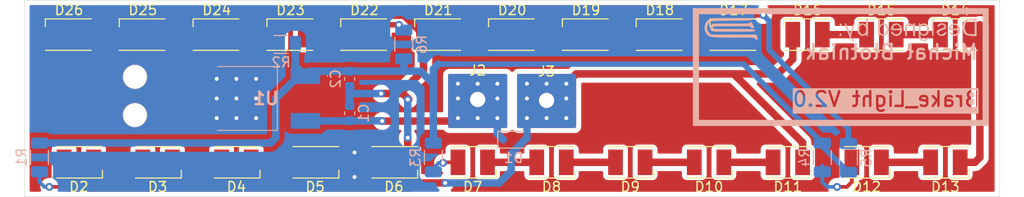
<source format=kicad_pcb>
(kicad_pcb (version 20240108) (generator "pcbnew") (generator_version "8.0")
  (layers (0 "F.Cu" signal) (31 "B.Cu" signal) (34 "B.Paste" user) (35 "F.Paste" user) (36 "B.SilkS" user "B.Silkscreen") (37 "F.SilkS" user "F.Silkscreen") (38 "B.Mask" user) (39 "F.Mask" user) (44 "Edge.Cuts" user))
  (net 0 "")
  (net 1 "+24V")
  (net 2 "Net-(D2-A)")
  (net 3 "Net-(D2-K)")
  (net 4 "Net-(D3-K)")
  (net 5 "Net-(D4-K)")
  (net 6 "Net-(D5-K)")
  (net 7 "Net-(D7-A)")
  (net 8 "SIG_BRAKE")
  (net 9 "Net-(D7-K)")
  (net 10 "Net-(D8-K)")
  (net 11 "Net-(D10-A)")
  (net 12 "Net-(D10-K)")
  (net 13 "Net-(D12-K)")
  (net 14 "Net-(D12-A)")
  (net 15 "Net-(D13-K)")
  (net 16 "Net-(D14-K)")
  (net 17 "Net-(D15-K)")
  (net 18 "Net-(D17-A)")
  (net 19 "Net-(D17-K)")
  (net 20 "Net-(D18-K)")
  (net 21 "Net-(D19-K)")
  (net 22 "Net-(D20-K)")
  (net 23 "Net-(D22-K)")
  (net 24 "Net-(D22-A)")
  (net 25 "Net-(D23-K)")
  (net 26 "Net-(D24-K)")
  (net 27 "Net-(D25-K)")
  (net 28 "/ADJ")
  (net 29 "chłodzenie(Vout)")
  (footprint "LED_SMD:LED_PLCC-2" (layer "F.Cu") (at 125.5 156.5 180)
    (property "Reference" "D10" (at 0 -2.5 180) (layer "F.SilkS"))
    (property "Value" "RF-RURA30TS-CE")
    (pad "1" smd rect (at -1.5 0 180) (size 1.5 2.6) (layers "F.Cu" "F.Paste" "F.Mask") (net 12 "Net-(D10-K)"))
    (pad "2" smd rect (at 1.5 0 180) (size 1.5 2.6) (layers "F.Cu" "F.Paste" "F.Mask") (net 11 "Net-(D10-A)"))
  )
  (footprint "LED_SMD:LED_PLCC-2" (layer "F.Cu") (at 83 143.5)
    (property "Reference" "D23" (at 0 -2.5 0) (layer "F.SilkS"))
    (property "Value" "RF-RURA30TS-CE")
    (pad "1" smd rect (at -1.5 0) (size 1.5 2.6) (layers "F.Cu" "F.Paste" "F.Mask") (net 25 "Net-(D23-K)"))
    (pad "2" smd rect (at 1.5 0) (size 1.5 2.6) (layers "F.Cu" "F.Paste" "F.Mask") (net 23 "Net-(D22-K)"))
  )
  (footprint "LED_SMD:LED_PLCC-2" (layer "F.Cu") (at 150.5 143.5)
    (property "Reference" "D14" (at 0 -2.5 0) (layer "F.SilkS"))
    (property "Value" "RF-RURA30TS-CE")
    (pad "1" smd rect (at -1.5 0) (size 1.5 2.6) (layers "F.Cu" "F.Paste" "F.Mask") (net 16 "Net-(D14-K)"))
    (pad "2" smd rect (at 1.5 0) (size 1.5 2.6) (layers "F.Cu" "F.Paste" "F.Mask") (net 15 "Net-(D13-K)"))
  )
  (footprint "LED_SMD:LED_PLCC-2" (layer "F.Cu") (at 61.5 156.5 180)
    (property "Reference" "D2" (at 0 -2.5 180) (layer "F.SilkS"))
    (property "Value" "RF-RURA30TS-CE")
    (pad "1" smd rect (at -1.5 0 180) (size 1.5 2.6) (layers "F.Cu" "F.Paste" "F.Mask") (net 3 "Net-(D2-K)"))
    (pad "2" smd rect (at 1.5 0 180) (size 1.5 2.6) (layers "F.Cu" "F.Paste" "F.Mask") (net 2 "Net-(D2-A)"))
  )
  (footprint "LED_SMD:LED_PLCC-2" (layer "F.Cu") (at 85.5 156.5 180)
    (property "Reference" "D5" (at 0 -2.5 180) (layer "F.SilkS"))
    (property "Value" "RF-RURA30TS-CE")
    (pad "1" smd rect (at -1.5 0 180) (size 1.5 2.6) (layers "F.Cu" "F.Paste" "F.Mask") (net 6 "Net-(D5-K)"))
    (pad "2" smd rect (at 1.5 0 180) (size 1.5 2.6) (layers "F.Cu" "F.Paste" "F.Mask") (net 5 "Net-(D4-K)"))
  )
  (footprint "LED_SMD:LED_PLCC-2" (layer "F.Cu") (at 128 143.5)
    (property "Reference" "D17" (at 0 -2.5 0) (layer "F.SilkS"))
    (property "Value" "RF-RURA30TS-CE")
    (pad "1" smd rect (at -1.5 0) (size 1.5 2.6) (layers "F.Cu" "F.Paste" "F.Mask") (net 19 "Net-(D17-K)"))
    (pad "2" smd rect (at 1.5 0) (size 1.5 2.6) (layers "F.Cu" "F.Paste" "F.Mask") (net 18 "Net-(D17-A)"))
  )
  (footprint "LED_SMD:LED_PLCC-2" (layer "F.Cu") (at 120.5 143.5)
    (property "Reference" "D18" (at 0 -2.5 0) (layer "F.SilkS"))
    (property "Value" "RF-RURA30TS-CE")
    (pad "1" smd rect (at -1.5 0) (size 1.5 2.6) (layers "F.Cu" "F.Paste" "F.Mask") (net 20 "Net-(D18-K)"))
    (pad "2" smd rect (at 1.5 0) (size 1.5 2.6) (layers "F.Cu" "F.Paste" "F.Mask") (net 19 "Net-(D17-K)"))
  )
  (footprint "LED_SMD:LED_PLCC-2" (layer "F.Cu") (at 69.5 156.5 180)
    (property "Reference" "D3" (at 0 -2.5 180) (layer "F.SilkS"))
    (property "Value" "RF-RURA30TS-CE")
    (pad "1" smd rect (at -1.5 0 180) (size 1.5 2.6) (layers "F.Cu" "F.Paste" "F.Mask") (net 4 "Net-(D3-K)"))
    (pad "2" smd rect (at 1.5 0 180) (size 1.5 2.6) (layers "F.Cu" "F.Paste" "F.Mask") (net 3 "Net-(D2-K)"))
  )
  (footprint "LED_SMD:LED_PLCC-2" (layer "F.Cu") (at 93.5 156.5 180)
    (property "Reference" "D6" (at 0 -2.5 180) (layer "F.SilkS"))
    (property "Value" "RF-RURA30TS-CE")
    (pad "1" smd rect (at -1.5 0 180) (size 1.5 2.6) (layers "F.Cu" "F.Paste" "F.Mask") (net 8 "SIG_BRAKE"))
    (pad "2" smd rect (at 1.5 0 180) (size 1.5 2.6) (layers "F.Cu" "F.Paste" "F.Mask") (net 6 "Net-(D5-K)"))
  )
  (footprint "LED_SMD:LED_PLCC-2" (layer "F.Cu") (at 101.5 156.5 180)
    (property "Reference" "D7" (at 0 -2.5 180) (layer "F.SilkS"))
    (property "Value" "RF-RURA30TS-CE")
    (pad "1" smd rect (at -1.5 0 180) (size 1.5 2.6) (layers "F.Cu" "F.Paste" "F.Mask") (net 9 "Net-(D7-K)"))
    (pad "2" smd rect (at 1.5 0 180) (size 1.5 2.6) (layers "F.Cu" "F.Paste" "F.Mask") (net 7 "Net-(D7-A)"))
  )
  (footprint "LED_SMD:LED_PLCC-2" (layer "F.Cu") (at 98 143.5)
    (property "Reference" "D21" (at 0 -2.5 0) (layer "F.SilkS"))
    (property "Value" "RF-RURA30TS-CE")
    (pad "1" smd rect (at -1.5 0) (size 1.5 2.6) (layers "F.Cu" "F.Paste" "F.Mask") (net 8 "SIG_BRAKE"))
    (pad "2" smd rect (at 1.5 0) (size 1.5 2.6) (layers "F.Cu" "F.Paste" "F.Mask") (net 22 "Net-(D20-K)"))
  )
  (footprint "LED_SMD:LED_PLCC-2" (layer "F.Cu") (at 90.5 143.5)
    (property "Reference" "D22" (at 0 -2.5 0) (layer "F.SilkS"))
    (property "Value" "RF-RURA30TS-CE")
    (pad "1" smd rect (at -1.5 0) (size 1.5 2.6) (layers "F.Cu" "F.Paste" "F.Mask") (net 23 "Net-(D22-K)"))
    (pad "2" smd rect (at 1.5 0) (size 1.5 2.6) (layers "F.Cu" "F.Paste" "F.Mask") (net 24 "Net-(D22-A)"))
  )
  (footprint "Connector_Wire:SolderWire-0.75sqmm_1x01_D1.25mm_OD3.5mm" (layer "F.Cu") (at 102 150.1)
    (property "Reference" "J2" (at 0 -2.95 0) (layer "F.SilkS"))
    (property "Value" "Conn_01x01_Socket")
    (pad "1" thru_hole roundrect (at 0 0) (size 3.5 3.5) (drill 1.55) (layers "*.Cu" "*.Mask") (roundrect_rratio 0.071429) (net 1 "+24V"))
  )
  (footprint "LED_SMD:LED_PLCC-2" (layer "F.Cu") (at 117.5 156.5 180)
    (property "Reference" "D9" (at 0 -2.5 180) (layer "F.SilkS"))
    (property "Value" "RF-RURA30TS-CE")
    (pad "1" smd rect (at -1.5 0 180) (size 1.5 2.6) (layers "F.Cu" "F.Paste" "F.Mask") (net 11 "Net-(D10-A)"))
    (pad "2" smd rect (at 1.5 0 180) (size 1.5 2.6) (layers "F.Cu" "F.Paste" "F.Mask") (net 10 "Net-(D8-K)"))
  )
  (footprint "LED_SMD:LED_PLCC-2" (layer "F.Cu") (at 77.5 156.5 180)
    (property "Reference" "D4" (at 0 -2.5 180) (layer "F.SilkS"))
    (property "Value" "RF-RURA30TS-CE")
    (pad "1" smd rect (at -1.5 0 180) (size 1.5 2.6) (layers "F.Cu" "F.Paste" "F.Mask") (net 5 "Net-(D4-K)"))
    (pad "2" smd rect (at 1.5 0 180) (size 1.5 2.6) (layers "F.Cu" "F.Paste" "F.Mask") (net 4 "Net-(D3-K)"))
  )
  (footprint "LED_SMD:LED_PLCC-2" (layer "F.Cu") (at 135.5 143.5)
    (property "Reference" "D16" (at 0 -2.5 0) (layer "F.SilkS"))
    (property "Value" "RF-RURA30TS-CE")
    (pad "1" smd rect (at -1.5 0) (size 1.5 2.6) (layers "F.Cu" "F.Paste" "F.Mask") (net 8 "SIG_BRAKE"))
    (pad "2" smd rect (at 1.5 0) (size 1.5 2.6) (layers "F.Cu" "F.Paste" "F.Mask") (net 17 "Net-(D15-K)"))
  )
  (footprint "LED_SMD:LED_PLCC-2" (layer "F.Cu") (at 60.5 143.5)
    (property "Reference" "D26" (at 0 -2.5 0) (layer "F.SilkS"))
    (property "Value" "RF-RURA30TS-CE")
    (pad "1" smd rect (at -1.5 0) (size 1.5 2.6) (layers "F.Cu" "F.Paste" "F.Mask") (net 8 "SIG_BRAKE"))
    (pad "2" smd rect (at 1.5 0) (size 1.5 2.6) (layers "F.Cu" "F.Paste" "F.Mask") (net 27 "Net-(D25-K)"))
  )
  (footprint "LED_SMD:LED_PLCC-2" (layer "F.Cu") (at 143 143.5)
    (property "Reference" "D15" (at 0 -2.5 0) (layer "F.SilkS"))
    (property "Value" "RF-RURA30TS-CE")
    (pad "1" smd rect (at -1.5 0) (size 1.5 2.6) (layers "F.Cu" "F.Paste" "F.Mask") (net 17 "Net-(D15-K)"))
    (pad "2" smd rect (at 1.5 0) (size 1.5 2.6) (layers "F.Cu" "F.Paste" "F.Mask") (net 16 "Net-(D14-K)"))
  )
  (footprint "LED_SMD:LED_PLCC-2" (layer "F.Cu") (at 149.5 156.5 180)
    (property "Reference" "D13" (at 0 -2.5 180) (layer "F.SilkS"))
    (property "Value" "RF-RURA30TS-CE")
    (pad "1" smd rect (at -1.5 0 180) (size 1.5 2.6) (layers "F.Cu" "F.Paste" "F.Mask") (net 15 "Net-(D13-K)"))
    (pad "2" smd rect (at 1.5 0 180) (size 1.5 2.6) (layers "F.Cu" "F.Paste" "F.Mask") (net 13 "Net-(D12-K)"))
  )
  (footprint "LED_SMD:LED_PLCC-2" (layer "F.Cu") (at 75.5 143.5)
    (property "Reference" "D24" (at 0 -2.5 0) (layer "F.SilkS"))
    (property "Value" "RF-RURA30TS-CE")
    (pad "1" smd rect (at -1.5 0) (size 1.5 2.6) (layers "F.Cu" "F.Paste" "F.Mask") (net 26 "Net-(D24-K)"))
    (pad "2" smd rect (at 1.5 0) (size 1.5 2.6) (layers "F.Cu" "F.Paste" "F.Mask") (net 25 "Net-(D23-K)"))
  )
  (footprint "Connector_Wire:SolderWire-0.75sqmm_1x01_D1.25mm_OD3.5mm" (layer "F.Cu") (at 109 150.2)
    (property "Reference" "J3" (at 0 -2.95 0) (layer "F.SilkS"))
    (property "Value" "Conn_01x01_Socket")
    (pad "1" thru_hole roundrect (at 0 0) (size 3.5 3.5) (drill 1.55) (layers "*.Cu" "*.Mask") (roundrect_rratio 0.071429) (net 8 "SIG_BRAKE"))
  )
  (footprint "LED_SMD:LED_PLCC-2" (layer "F.Cu") (at 141.5 156.5 180)
    (property "Reference" "D12" (at 0 -2.5 180) (layer "F.SilkS"))
    (property "Value" "RF-RURA30TS-CE")
    (pad "1" smd rect (at -1.5 0 180) (size 1.5 2.6) (layers "F.Cu" "F.Paste" "F.Mask") (net 13 "Net-(D12-K)"))
    (pad "2" smd rect (at 1.5 0 180) (size 1.5 2.6) (layers "F.Cu" "F.Paste" "F.Mask") (net 14 "Net-(D12-A)"))
  )
  (footprint "LED_SMD:LED_PLCC-2" (layer "F.Cu") (at 68 143.5)
    (property "Reference" "D25" (at 0 -2.5 0) (layer "F.SilkS"))
    (property "Value" "RF-RURA30TS-CE")
    (pad "1" smd rect (at -1.5 0) (size 1.5 2.6) (layers "F.Cu" "F.Paste" "F.Mask") (net 27 "Net-(D25-K)"))
    (pad "2" smd rect (at 1.5 0) (size 1.5 2.6) (layers "F.Cu" "F.Paste" "F.Mask") (net 26 "Net-(D24-K)"))
  )
  (footprint "LED_SMD:LED_PLCC-2" (layer "F.Cu") (at 113 143.5)
    (property "Reference" "D19" (at 0 -2.5 0) (layer "F.SilkS"))
    (property "Value" "RF-RURA30TS-CE")
    (pad "1" smd rect (at -1.5 0) (size 1.5 2.6) (layers "F.Cu" "F.Paste" "F.Mask") (net 21 "Net-(D19-K)"))
    (pad "2" smd rect (at 1.5 0) (size 1.5 2.6) (layers "F.Cu" "F.Paste" "F.Mask") (net 20 "Net-(D18-K)"))
  )
  (footprint "LED_SMD:LED_PLCC-2" (layer "F.Cu") (at 109.5 156.5 180)
    (property "Reference" "D8" (at 0 -2.5 180) (layer "F.SilkS"))
    (property "Value" "RF-RURA30TS-CE")
    (pad "1" smd rect (at -1.5 0 180) (size 1.5 2.6) (layers "F.Cu" "F.Paste" "F.Mask") (net 10 "Net-(D8-K)"))
    (pad "2" smd rect (at 1.5 0 180) (size 1.5 2.6) (layers "F.Cu" "F.Paste" "F.Mask") (net 9 "Net-(D7-K)"))
  )
  (footprint "LED_SMD:LED_PLCC-2" (layer "F.Cu") (at 105.5 143.5)
    (property "Reference" "D20" (at 0 -2.5 0) (layer "F.SilkS"))
    (property "Value" "RF-RURA30TS-CE")
    (pad "1" smd rect (at -1.5 0) (size 1.5 2.6) (layers "F.Cu" "F.Paste" "F.Mask") (net 22 "Net-(D20-K)"))
    (pad "2" smd rect (at 1.5 0) (size 1.5 2.6) (layers "F.Cu" "F.Paste" "F.Mask") (net 21 "Net-(D19-K)"))
  )
  (footprint "LED_SMD:LED_PLCC-2" (layer "F.Cu") (at 133.5 156.5 180)
    (property "Reference" "D11" (at 0 -2.5 180) (layer "F.SilkS"))
    (property "Value" "RF-RURA30TS-CE")
    (pad "1" smd rect (at -1.5 0 180) (size 1.5 2.6) (layers "F.Cu" "F.Paste" "F.Mask") (net 8 "SIG_BRAKE"))
    (pad "2" smd rect (at 1.5 0 180) (size 1.5 2.6) (layers "F.Cu" "F.Paste" "F.Mask") (net 12 "Net-(D10-K)"))
  )
  (footprint "Resistor_SMD:R_1206_3216Metric" (layer "B.Cu") (at 57.5 156 -90)
    (property "Reference" "R1" (at 0 1.82 90) (layer "B.SilkS") (effects (justify mirror)))
    (property "Value" "90R")
    (pad "1" smd roundrect (at -1.4625 0 270) (size 1.125 1.75) (layers "B.Cu" "B.Paste" "B.Mask") (roundrect_rratio 0.222222) (net 28 "/ADJ"))
    (pad "2" smd roundrect (at 1.4625 0 270) (size 1.125 1.75) (layers "B.Cu" "B.Paste" "B.Mask") (roundrect_rratio 0.222222) (net 2 "Net-(D2-A)"))
  )
  (footprint "Resistor_SMD:R_1206_3216Metric" (layer "B.Cu") (at 97.5 156 -90)
    (property "Reference" "R3" (at 0 1.82 90) (layer "B.SilkS") (effects (justify mirror)))
    (property "Value" "90R")
    (pad "1" smd roundrect (at -1.4625 0 270) (size 1.125 1.75) (layers "B.Cu" "B.Paste" "B.Mask") (roundrect_rratio 0.222222) (net 28 "/ADJ"))
    (pad "2" smd roundrect (at 1.4625 0 270) (size 1.125 1.75) (layers "B.Cu" "B.Paste" "B.Mask") (roundrect_rratio 0.222222) (net 7 "Net-(D7-A)"))
  )
  (footprint "Capacitor_SMD:C_0603_1608Metric" (layer "B.Cu") (at 89 148 -90)
    (property "Reference" "C2" (at 0 1.43 90) (layer "B.SilkS") (effects (justify mirror)))
    (property "Value" "100n")
    (pad "1" smd roundrect (at -0.775 0 270) (size 0.9 0.95) (layers "B.Cu" "B.Paste" "B.Mask") (net 28 "/ADJ"))
    (pad "2" smd roundrect (at 0.775 0 270) (size 0.9 0.95) (layers "B.Cu" "B.Paste" "B.Mask") (net 8 "SIG_BRAKE"))
  )
  (footprint "footprint:NVD5117PLT4GVF01" (layer "B.Cu") (at 75.557 150)
    (property "Reference" "U1" (at 4.943 0 0) (layer "B.SilkS") (effects (font (size 1.27 1.27) (thickness 0.254)) (justify mirror)))
    (property "Value" "LM317MABDTG" (hide yes))
    (pad "1" smd rect (at 8.95 -2.285 270) (size 1.6 3) (layers "B.Cu" "B.Paste" "B.Mask") (net 28 "/ADJ"))
    (pad "2" smd rect (at 1.77 0 270) (size 5.8 6.2) (layers "B.Cu" "B.Paste" "B.Mask") (net 29 "chłodzenie(Vout)"))
    (pad "3" smd rect (at 8.95 2.285 270) (size 1.6 3) (layers "B.Cu" "B.Paste" "B.Mask") (net 1 "+24V"))
  )
  (footprint "Resistor_SMD:R_1206_3216Metric" (layer "B.Cu") (at 94.5 144.5 90)
    (property "Reference" "R6" (at 0 1.82 -90) (layer "B.SilkS") (effects (justify mirror)))
    (property "Value" "90R")
    (pad "1" smd roundrect (at -1.4625 0 90) (size 1.125 1.75) (layers "B.Cu" "B.Paste" "B.Mask") (roundrect_rratio 0.222222) (net 28 "/ADJ"))
    (pad "2" smd roundrect (at 1.4625 0 90) (size 1.125 1.75) (layers "B.Cu" "B.Paste" "B.Mask") (roundrect_rratio 0.222222) (net 24 "Net-(D22-A)"))
  )
  (footprint "Resistor_SMD:R_1206_3216Metric" (layer "B.Cu") (at 82.0375 144.5)
    (property "Reference" "R2" (at 0 1.82 180) (layer "B.SilkS") (effects (justify mirror)))
    (property "Value" "13R")
    (pad "1" smd roundrect (at -1.4625 0) (size 1.125 1.75) (layers "B.Cu" "B.Paste" "B.Mask") (roundrect_rratio 0.222222) (net 29 "chłodzenie(Vout)"))
    (pad "2" smd roundrect (at 1.4625 0) (size 1.125 1.75) (layers "B.Cu" "B.Paste" "B.Mask") (roundrect_rratio 0.222222) (net 28 "/ADJ"))
  )
  (footprint "Resistor_SMD:R_1206_3216Metric" (layer "B.Cu") (at 139.65 156.05 90)
    (property "Reference" "R5" (at 0 1.82 -90) (layer "B.SilkS") (effects (justify mirror)))
    (property "Value" "90R")
    (pad "1" smd roundrect (at -1.4625 0 90) (size 1.125 1.75) (layers "B.Cu" "B.Paste" "B.Mask") (roundrect_rratio 0.222222) (net 28 "/ADJ"))
    (pad "2" smd roundrect (at 1.4625 0 90) (size 1.125 1.75) (layers "B.Cu" "B.Paste" "B.Mask") (roundrect_rratio 0.222222) (net 18 "Net-(D17-A)"))
  )
  (footprint "Capacitor_SMD:C_0603_1608Metric" (layer "B.Cu") (at 89 151.5 90)
    (property "Reference" "C1" (at 0 1.43 90) (layer "B.SilkS") (effects (justify mirror)))
    (property "Value" "100n")
    (pad "1" smd roundrect (at -0.775 0 90) (size 0.9 0.95) (layers "B.Cu" "B.Paste" "B.Mask") (net 1 "+24V"))
    (pad "2" smd roundrect (at 0.775 0 90) (size 0.9 0.95) (layers "B.Cu" "B.Paste" "B.Mask") (net 8 "SIG_BRAKE"))
  )
  (footprint "Diode_SMD:D_SOD-323" (layer "B.Cu") (at 105.65 154.2)
    (property "Reference" "D1" (at 0 1.85 0) (layer "B.SilkS") (effects (justify mirror)))
    (property "Value" "SD24_SOD323")
    (pad "1" smd roundrect (at -1.05 0) (size 0.6 0.45) (layers "B.Cu" "B.Paste" "B.Mask") (net 1 "+24V"))
    (pad "2" smd roundrect (at 1.05 0) (size 0.6 0.45) (layers "B.Cu" "B.Paste" "B.Mask") (net 8 "SIG_BRAKE"))
  )
  (footprint "Logos:SignatureBox30mm" (layer "B.Cu") (at 138.9 146.8 180)
    (property "Reference" "G***" (hide yes))
    (property "Value" "LOGO" (hide yes))
  )
  (footprint "Resistor_SMD:R_1206_3216Metric" (layer "B.Cu") (at 137 156 -90)
    (property "Reference" "R4" (at 0 1.82 90) (layer "B.SilkS") (effects (justify mirror)))
    (property "Value" "90R")
    (pad "1" smd roundrect (at -1.4625 0 270) (size 1.125 1.75) (layers "B.Cu" "B.Paste" "B.Mask") (roundrect_rratio 0.222222) (net 28 "/ADJ"))
    (pad "2" smd roundrect (at 1.4625 0 270) (size 1.125 1.75) (layers "B.Cu" "B.Paste" "B.Mask") (roundrect_rratio 0.222222) (net 14 "Net-(D12-A)"))
  )
  (gr_line (start 56 160) (end 56 140) (stroke (width 0.05)) (layer "Edge.Cuts"))
  (gr_circle (center 67.2 147.8) (end 68.3 148.3) (stroke (width 0.05)) (fill none) (layer "Edge.Cuts"))
  (gr_circle (center 67.2 151.691696) (end 68.3 152.191696) (stroke (width 0.05)) (fill none) (layer "Edge.Cuts"))
  (gr_line (start 155 160) (end 56 160) (stroke (width 0.05)) (layer "Edge.Cuts"))
  (gr_line (start 56 140) (end 155 140) (stroke (width 0.05)) (layer "Edge.Cuts"))
  (gr_line (start 155 140) (end 155 160) (stroke (width 0.05)) (layer "Edge.Cuts"))
  (gr_text "Michał Błotniak" (at 152.9 146.15 0) (layer "B.SilkS") (effects (font (size 1.5 1.5) (thickness 0.25) (bold yes)) (justify left bottom mirror)))
  (gr_text "Brake_Light V2.0" (at 153.1 150.95 0) (layer "B.SilkS" knockout) (effects (font (size 1.5 1.5) (thickness 0.25) (bold yes)) (justify left bottom mirror)))
  (segment (start 99.7 152.3) (end 100 152) (width 0.762) (layer "F.Cu") (net 1))
  (segment (start 92.3 152.3) (end 99.7 152.3) (width 0.762) (layer "F.Cu") (net 1))
  (segment (start 100.1 152) (end 102 150.1) (width 0.762) (layer "F.Cu") (net 1))
  (segment (start 100 152) (end 100.1 152) (width 0.762) (layer "F.Cu") (net 1))
  (via (at 92.3 152.3) (size 0.8) (drill 0.4) (layers "F.Cu" "B.Cu") (net 1))
  (via (at 100 150) (size 0.8) (drill 0.4) (layers "F.Cu" "B.Cu") (net 1))
  (via (at 102 152) (size 0.8) (drill 0.4) (layers "F.Cu" "B.Cu") (net 1))
  (via (at 100 152) (size 0.8) (drill 0.4) (layers "F.Cu" "B.Cu") (net 1))
  (via (at 104 152) (size 0.8) (drill 0.4) (layers "F.Cu" "B.Cu") (net 1))
  (via (at 104 150) (size 0.8) (drill 0.4) (layers "F.Cu" "B.Cu") (net 1))
  (via (at 100 148.5) (size 0.8) (drill 0.4) (layers "F.Cu" "B.Cu") (net 1))
  (via (at 102 148.5) (size 0.8) (drill 0.4) (layers "F.Cu" "B.Cu") (net 1))
  (via (at 104 148.5) (size 0.8) (drill 0.4) (layers "F.Cu" "B.Cu") (net 1))
  (segment (start 92.2 152.275) (end 92.175 152.275) (width 0.762) (layer "B.Cu") (net 1))
  (segment (start 104.6 154.2) (end 104.6 154.1) (width 0.25) (layer "B.Cu") (net 1))
  (segment (start 90.775 152.275) (end 92.15 152.275) (width 0.762) (layer "B.Cu") (net 1))
  (segment (start 84.507 152.285) (end 88.99 152.285) (width 0.762) (layer "B.Cu") (net 1))
  (segment (start 88.99 152.285) (end 89 152.275) (width 0.762) (layer "B.Cu") (net 1))
  (segment (start 104 153.6) (end 104.6 154.2) (width 0.762) (layer "B.Cu") (net 1))
  (segment (start 89 152.275) (end 90.775 152.275) (width 0.762) (layer "B.Cu") (net 1))
  (segment (start 92.3 152.3) (end 92.2 152.275) (width 0.762) (layer "B.Cu") (net 1))
  (segment (start 92.15 152.275) (end 92.3 152.3) (width 0.762) (layer "B.Cu") (net 1))
  (segment (start 104 152) (end 104 153.6) (width 0.762) (layer "B.Cu") (net 1))
  (segment (start 59.5 159) (end 60 158.5) (width 0.381) (layer "F.Cu") (net 2))
  (segment (start 60 158.5) (end 60 156.5) (width 0.381) (layer "F.Cu") (net 2))
  (segment (start 59.5 159) (end 58.5 159) (width 0.381) (layer "F.Cu") (net 2))
  (via (at 58.5 159) (size 0.8) (drill 0.4) (layers "F.Cu" "B.Cu") (net 2))
  (segment (start 57.5 158.5) (end 58 159) (width 0.381) (layer "B.Cu") (net 2))
  (segment (start 57.5 158.5) (end 57.5 157.4625) (width 0.381) (layer "B.Cu") (net 2))
  (segment (start 58 159) (end 58.5 159) (width 0.381) (layer "B.Cu") (net 2))
  (segment (start 68 156.5) (end 63 156.5) (width 0.762) (layer "F.Cu") (net 3))
  (segment (start 76 156.5) (end 71 156.5) (width 0.762) (layer "F.Cu") (net 4))
  (segment (start 84 156.5) (end 79 156.5) (width 0.762) (layer "F.Cu") (net 5))
  (segment (start 92 156.5) (end 87 156.5) (width 0.762) (layer "F.Cu") (net 6))
  (segment (start 98.54 156.5) (end 98.49 156.55) (width 0.381) (layer "F.Cu") (net 7))
  (segment (start 100 156.5) (end 100 157.5) (width 0.381) (layer "F.Cu") (net 7))
  (segment (start 100 156.5) (end 98.54 156.5) (width 0.381) (layer "F.Cu") (net 7))
  (via (at 98.49 156.55) (size 0.8) (drill 0.4) (layers "F.Cu" "B.Cu") (net 7))
  (segment (start 98.05 156.55) (end 97.5 157.1) (width 0.381) (layer "B.Cu") (net 7))
  (segment (start 97.5 157.1) (end 97.5 157.4625) (width 0.381) (layer "B.Cu") (net 7))
  (segment (start 98.49 156.55) (end 98.05 156.55) (width 0.381) (layer "B.Cu") (net 7))
  (segment (start 94.9 150) (end 94.9 150.1) (width 0.762) (layer "F.Cu") (net 8))
  (segment (start 135 154.5) (end 128 147.5) (width 0.762) (layer "F.Cu") (net 8))
  (segment (start 112 147.5) (end 111 148.5) (width 0.762) (layer "F.Cu") (net 8))
  (segment (start 94.9 156.4) (end 95 156.5) (width 0.762) (layer "F.Cu") (net 8))
  (segment (start 132.5 147.5) (end 128 147.5) (width 0.762) (layer "F.Cu") (net 8))
  (segment (start 134 146) (end 132.5 147.5) (width 0.762) (layer "F.Cu") (net 8))
  (segment (start 98.7 158.6) (end 98.6 158.6) (width 0.762) (layer "F.Cu") (net 8))
  (segment (start 94.1 149.5) (end 96.5 147.1) (width 0.762) (layer "F.Cu") (net 8))
  (segment (start 95 156.5) (end 95 157.7) (width 0.762) (layer "F.Cu") (net 8))
  (segment (start 95 150.1) (end 95 150.1) (width 0.762) (layer "F.Cu") (net 8))
  (segment (start 134 143.5) (end 134 146) (width 0.762) (layer "F.Cu") (net 8))
  (segment (start 94.9 150.1) (end 95 150.1) (width 0.762) (layer "F.Cu") (net 8))
  (segment (start 96.5 147.1) (end 96.5 143.5) (width 0.762) (layer "F.Cu") (net 8))
  (segment (start 95 157.7) (end 95.8 158.5) (width 0.762) (layer "F.Cu") (net 8))
  (segment (start 94.519489 141.519489) (end 60.980511 141.519489) (width 0.762) (layer "F.Cu") (net 8))
  (segment (start 96.5 143.5) (end 94.519489 141.519489) (width 0.762) (layer "F.Cu") (net 8))
  (segment (start 135 156.5) (end 135 154.5) (width 0.762) (layer "F.Cu") (net 8))
  (segment (start 60.980511 141.519489) (end 59 143.5) (width 0.762) (layer "F.Cu") (net 8))
  (segment (start 94.1 149.5) (end 94.4 149.5) (width 0.762) (layer "F.Cu") (net 8))
  (segment (start 94.9 154) (end 94.9 156.4) (width 0.762) (layer "F.Cu") (net 8))
  (segment (start 128 147.5) (end 112 147.5) (width 0.762) (layer "F.Cu") (net 8))
  (segment (start 95.9 158.6) (end 98.7 158.6) (width 0.762) (layer "F.Cu") (net 8))
  (segment (start 92.2 149.5) (end 94.1 149.5) (width 0.762) (layer "F.Cu") (net 8))
  (segment (start 95.8 158.5) (end 95.9 158.6) (width 0.762) (layer "F.Cu") (net 8))
  (segment (start 94.4 149.5) (end 94.9 150) (width 0.762) (layer "F.Cu") (net 8))
  (via (at 98.7 158.6) (size 0.8) (drill 0.4) (layers "F.Cu" "B.Cu") (net 8))
  (via (at 107 148.5) (size 0.8) (drill 0.4) (layers "F.Cu" "B.Cu") (net 8))
  (via (at 111 152) (size 0.8) (drill 0.4) (layers "F.Cu" "B.Cu") (net 8))
  (via (at 92.2 149.5) (size 0.8) (drill 0.4) (layers "F.Cu" "B.Cu") (net 8))
  (via (at 107 150) (size 0.8) (drill 0.4) (layers "F.Cu" "B.Cu") (net 8))
  (via (at 109 152) (size 0.8) (drill 0.4) (layers "F.Cu" "B.Cu") (net 8))
  (via (at 111 150) (size 0.8) (drill 0.4) (layers "F.Cu" "B.Cu") (net 8))
  (via (at 111 148.5) (size 0.8) (drill 0.4) (layers "F.Cu" "B.Cu") (net 8))
  (via (at 94.9 150.1) (size 0.8) (drill 0.4) (layers "F.Cu" "B.Cu") (net 8))
  (via (at 109 148.5) (size 0.8) (drill 0.4) (layers "F.Cu" "B.Cu") (net 8))
  (via (at 94.9 154) (size 0.8) (drill 0.4) (layers "F.Cu" "B.Cu") (net 8))
  (via (at 107 152) (size 0.8) (drill 0.4) (layers "F.Cu" "B.Cu") (net 8))
  (segment (start 107 154.1) (end 107 152) (width 0.762) (layer "B.Cu") (net 8))
  (segment (start 105.4 155.6) (end 106.9 154.1) (width 0.762) (layer "B.Cu") (net 8))
  (segment (start 107 152) (end 107.2 152) (width 0.762) (layer "B.Cu") (net 8))
  (segment (start 89 149.5) (end 92.2 149.5) (width 0.762) (layer "B.Cu") (net 8))
  (segment (start 105.4 157.4) (end 105.4 155.6) (width 0.762) (layer "B.Cu") (net 8))
  (segment (start 94.9 150.1) (end 94.9 154) (width 0.762) (layer "B.Cu") (net 8))
  (segment (start 98.7 158.6) (end 104.2 158.6) (width 0.762) (layer "B.Cu") (net 8))
  (segment (start 89 150.725) (end 89 149.5) (width 0.762) (layer "B.Cu") (net 8))
  (segment (start 89 149.5) (end 89 148.775) (width 0.762) (layer "B.Cu") (net 8))
  (segment (start 104.2 158.6) (end 105.4 157.4) (width 0.762) (layer "B.Cu") (net 8))
  (segment (start 107.2 152) (end 109 150.2) (width 0.762) (layer "B.Cu") (net 8))
  (segment (start 94.9 154) (end 94.9 153.9) (width 0.762) (layer "B.Cu") (net 8))
  (segment (start 92.2 149.5) (end 92 149.5) (width 0.762) (layer "B.Cu") (net 8))
  (segment (start 108 156.5) (end 103 156.5) (width 0.762) (layer "F.Cu") (net 9))
  (segment (start 116 156.5) (end 111 156.5) (width 0.762) (layer "F.Cu") (net 10))
  (segment (start 124 156.5) (end 119 156.5) (width 0.762) (layer "F.Cu") (net 11))
  (segment (start 132 156.5) (end 127 156.5) (width 0.762) (layer "F.Cu") (net 12))
  (segment (start 143 156.5) (end 148 156.5) (width 0.762) (layer "F.Cu") (net 13))
  (segment (start 140 158.5) (end 139.5 159) (width 0.381) (layer "F.Cu") (net 14))
  (segment (start 139.5 159) (end 138.5 159) (width 0.381) (layer "F.Cu") (net 14))
  (segment (start 140 156.5) (end 140 158.5) (width 0.381) (layer "F.Cu") (net 14))
  (via (at 138.5 159) (size 0.8) (drill 0.4) (layers "F.Cu" "B.Cu") (net 14))
  (segment (start 137.5 159) (end 137 158.5) (width 0.381) (layer "B.Cu") (net 14))
  (segment (start 138.5 159) (end 137.5 159) (width 0.381) (layer "B.Cu") (net 14))
  (segment (start 137 158.5) (end 137 156.825) (width 0.381) (layer "B.Cu") (net 14))
  (segment (start 153 142.5) (end 152 143.5) (width 0.762) (layer "F.Cu") (net 15))
  (segment (start 153 156) (end 153 142.5) (width 0.762) (layer "F.Cu") (net 15))
  (segment (start 152.5 156.5) (end 153 156) (width 0.762) (layer "F.Cu") (net 15))
  (segment (start 151 156.5) (end 152.5 156.5) (width 0.762) (layer "F.Cu") (net 15))
  (segment (start 149 143.5) (end 144.5 143.5) (width 0.762) (layer "F.Cu") (net 16))
  (segment (start 141.5 143.5) (end 137 143.5) (width 0.762) (layer "F.Cu") (net 17))
  (segment (start 131 141.5) (end 130.2 141.5) (width 0.5588) (layer "F.Cu") (net 18))
  (segment (start 129.65 143.35) (end 129.5 143.5) (width 0.5588) (layer "F.Cu") (net 18))
  (segment (start 129.65 142.05) (end 129.65 143.35) (width 0.5588) (layer "F.Cu") (net 18))
  (segment (start 130.2 141.5) (end 129.65 142.05) (width 0.5588) (layer "F.Cu") (net 18))
  (via (at 131 141.5) (size 0.8) (drill 0.4) (layers "F.Cu" "B.Cu") (net 18))
  (segment (start 131.6 145.05) (end 131.6 142.1) (width 0.5588) (layer "B.Cu") (net 18))
  (segment (start 131.6 142.1) (end 131 141.5) (width 0.5588) (layer "B.Cu") (net 18))
  (segment (start 139.65 153.1) (end 131.6 145.05) (width 0.5588) (layer "B.Cu") (net 18))
  (segment (start 139.65 154.5875) (end 139.65 153.1) (width 0.5588) (layer "B.Cu") (net 18))
  (segment (start 126.5 143.5) (end 122 143.5) (width 0.762) (layer "F.Cu") (net 19))
  (segment (start 119 143.5) (end 114.5 143.5) (width 0.762) (layer "F.Cu") (net 20))
  (segment (start 111.5 143.5) (end 107 143.5) (width 0.762) (layer "F.Cu") (net 21))
  (segment (start 104 143.5) (end 99.5 143.5) (width 0.762) (layer "F.Cu") (net 22))
  (segment (start 89 143.5) (end 84.5 143.5) (width 0.762) (layer "F.Cu") (net 23))
  (segment (start 93 142.5) (end 92 143.5) (width 0.5588) (layer "F.Cu") (net 24))
  (segment (start 94 142.5) (end 93 142.5) (width 0.5588) (layer "F.Cu") (net 24))
  (via (at 94 142.5) (size 0.8) (drill 0.4) (layers "F.Cu" "B.Cu") (net 24))
  (segment (start 94 142.5) (end 94 142.5375) (width 0.5588) (layer "B.Cu") (net 24))
  (segment (start 94 142.5375) (end 94.5 143.0375) (width 0.5588) (layer "B.Cu") (net 24))
  (segment (start 81.5 143.5) (end 77 143.5) (width 0.762) (layer "F.Cu") (net 25))
  (segment (start 74 143.5) (end 69.5 143.5) (width 0.762) (layer "F.Cu") (net 26))
  (segment (start 66.5 143.5) (end 62 143.5) (width 0.762) (layer "F.Cu") (net 27))
  (segment (start 96.225 147.225) (end 96.75 147.75) (width 0.762) (layer "B.Cu") (net 28))
  (segment (start 83.4125 146.6205) (end 83.5 146.533) (width 0.762) (layer "B.Cu") (net 28))
  (segment (start 89 147.225) (end 84.997 147.225) (width 0.762) (layer "B.Cu") (net 28))
  (segment (start 81.5 154) (end 80.9625 154.5375) (width 0.762) (layer "B.Cu") (net 28))
  (segment (start 97.5 148.5) (end 97.5 154.5375) (width 0.762) (layer "B.Cu") (net 28))
  (segment (start 97.5 148.5) (end 97.5 147) (width 0.762) (layer "B.Cu") (net 28))
  (segment (start 84.997 147.225) (end 84.507 147.715) (width 0.762) (layer "B.Cu") (net 28))
  (segment (start 131.6 149.1375) (end 131.6 149.1) (width 0.5588) (layer "B.Cu") (net 28))
  (segment (start 137 154.5375) (end 131.6 149.1375) (width 0.5588) (layer "B.Cu") (net 28))
  (segment (start 89 147.225) (end 94.275 147.225) (width 0.762) (layer "B.Cu") (net 28))
  (segment (start 81.5 154) (end 81.5 150) (width 0.762) (layer "B.Cu") (net 28))
  (segment (start 81.5 150) (end 83.785 147.715) (width 0.762) (layer "B.Cu") (net 28))
  (segment (start 94.275 147.225) (end 96.225 147.225) (width 0.762) (layer "B.Cu") (net 28))
  (segment (start 97.5 147) (end 98 146.5) (width 0.762) (layer "B.Cu") (net 28))
  (segment (start 137 154.5375) (end 137 154.8625) (width 0.5588) (layer "B.Cu") (net 28))
  (segment (start 129 146.5) (end 98 146.5) (width 0.5588) (layer "B.Cu") (net 28))
  (segment (start 96.75 147.75) (end 97.5 148.5) (width 0.762) (layer "B.Cu") (net 28))
  (segment (start 94.275 147.225) (end 94.5 147) (width 0.762) (layer "B.Cu") (net 28))
  (segment (start 80.9625 154.5375) (end 57.5 154.5375) (width 0.762) (layer "B.Cu") (net 28))
  (segment (start 97 148) (end 96.75 147.75) (width 0.762) (layer "B.Cu") (net 28))
  (segment (start 83.4125 146.6205) (end 84.507 147.715) (width 0.762) (layer "B.Cu") (net 28))
  (segment (start 83.785 147.715) (end 84.507 147.715) (width 0.762) (layer "B.Cu") (net 28))
  (segment (start 137 154.8625) (end 139.65 157.5125) (width 0.5588) (layer "B.Cu") (net 28))
  (segment (start 94.5 147) (end 94.5 145.9625) (width 0.762) (layer "B.Cu") (net 28))
  (segment (start 83.5 146.533) (end 83.5 144.5) (width 0.762) (layer "B.Cu") (net 28))
  (segment (start 131.6 149.1) (end 129 146.5) (width 0.5588) (layer "B.Cu") (net 28))
  (via (at 77.5 148) (size 0.8) (drill 0.4) (layers "F.Cu" "B.Cu") (net 29))
  (via (at 75.5 148) (size 0.8) (drill 0.4) (layers "F.Cu" "B.Cu") (net 29))
  (via (at 79.5 150) (size 0.8) (drill 0.4) (layers "F.Cu" "B.Cu") (net 29))
  (via (at 77.5 152) (size 0.8) (drill 0.4) (layers "F.Cu" "B.Cu") (net 29))
  (via (at 79.5 148) (size 0.8) (drill 0.4) (layers "F.Cu" "B.Cu") (net 29))
  (via (at 77.5 150) (size 0.8) (drill 0.4) (layers "F.Cu" "B.Cu") (net 29))
  (via (at 79.5 152) (size 0.8) (drill 0.4) (layers "F.Cu" "B.Cu") (net 29))
  (via (at 75.5 152) (size 0.8) (drill 0.4) (layers "F.Cu" "B.Cu") (net 29))
  (via (at 75.5 150) (size 0.8) (drill 0.4) (layers "F.Cu" "B.Cu") (net 29))
  (via (at 89.5 155.5) (size 0.8) (drill 0.4) (layers "F.Cu" "B.Cu") (net 29))
  (via (at 89.5 158) (size 0.8) (drill 0.4) (layers "F.Cu" "B.Cu") (net 29))
  (segment (start 77.327 146.173) (end 79 144.5) (width 0.762) (layer "B.Cu") (net 29))
  (segment (start 79 144.5) (end 80.575 144.5) (width 0.762) (layer "B.Cu") (net 29))
  (segment (start 77.327 150) (end 77.327 146.173) (width 0.762) (layer "B.Cu") (net 29))
  (zone (net 8) (net_name "SIG_BRAKE") (layer "F.Cu") (priority 2) (connect_pads yes (clearance 0.508)) (min_thickness 0.254) (fill yes (thermal_gap 0.508) (thermal_bridge_width 0.508))
    (polygon (pts (xy 112 153) (xy 106 153) (xy 106 147.5) (xy 112 147.5)))
  )
  (zone (net 29) (net_name "chłodzenie(Vout)") (layers "F&B.Cu") (connect_pads yes (clearance 0.508)) (min_thickness 0.254) (fill yes (thermal_gap 0.508) (thermal_bridge_width 0.508))
    (polygon (pts (xy 154.5 159.5) (xy 56.5 159.5) (xy 56.5 140.5) (xy 154.5 140.5)))
  )
  (zone (net 1) (net_name "+24V") (layers "F&B.Cu") (priority 2) (connect_pads yes (clearance 0.508)) (min_thickness 0.254) (fill yes (thermal_gap 0.508) (thermal_bridge_width 0.508))
    (polygon (pts (xy 105 153) (xy 99 153) (xy 99 147.5) (xy 105 147.5)))
  )
  (zone (net 8) (net_name "SIG_BRAKE") (layer "B.Cu") (priority 2) (connect_pads yes (clearance 0.508)) (min_thickness 0.254) (fill yes (thermal_gap 0.508) (thermal_bridge_width 0.508))
    (polygon (pts (xy 112 153) (xy 106 153) (xy 106 147.5) (xy 112 147.5)))
  )
)
</source>
